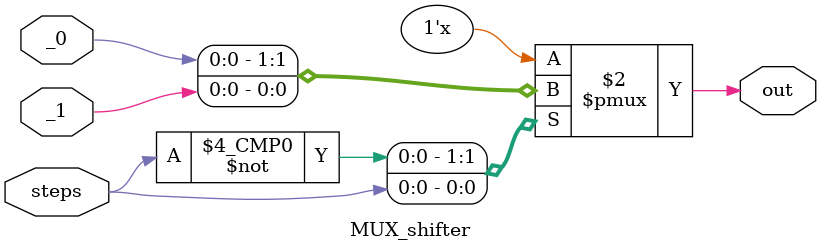
<source format=v>
`timescale 1ns/1ns
module MUX_shifter( _1, _0, steps, out );
input _0, _1, steps;
output reg out;

always@( _0 or _1 or steps )
begin
  case( steps )
    1'b0: out = _0;
    1'b1: out = _1;
  endcase
end

endmodule
</source>
